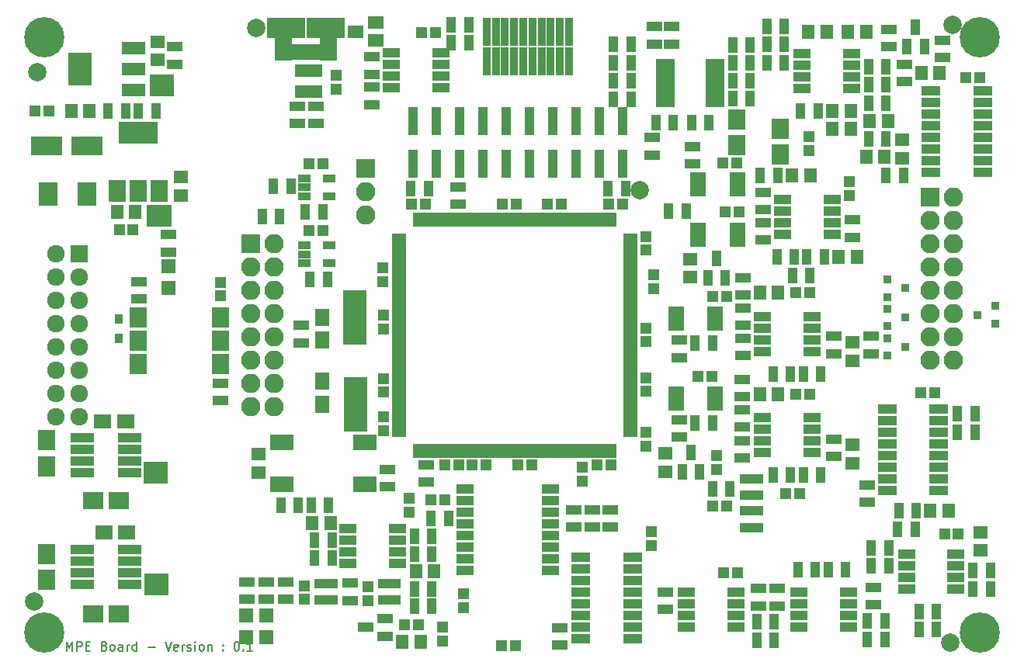
<source format=gts>
G04 #@! TF.FileFunction,Soldermask,Top*
%FSLAX46Y46*%
G04 Gerber Fmt 4.6, Leading zero omitted, Abs format (unit mm)*
G04 Created by KiCad (PCBNEW 4.0.1-stable) date 26/04/2018 08:46:55*
%MOMM*%
G01*
G04 APERTURE LIST*
%ADD10C,0.100000*%
%ADD11C,0.150000*%
%ADD12R,2.500000X6.000000*%
%ADD13R,1.040000X3.130000*%
%ADD14R,1.900000X2.200000*%
%ADD15R,1.650000X1.900000*%
%ADD16C,4.400000*%
%ADD17R,1.520000X0.700000*%
%ADD18R,0.700000X1.520000*%
%ADD19R,1.500000X1.650000*%
%ADD20R,4.200000X2.400000*%
%ADD21R,1.900000X2.400000*%
%ADD22R,1.100000X1.700000*%
%ADD23R,1.650000X1.400000*%
%ADD24R,3.400000X2.000000*%
%ADD25R,1.400000X1.650000*%
%ADD26R,1.700000X1.100000*%
%ADD27C,2.000000*%
%ADD28R,1.200000X1.150000*%
%ADD29R,1.150000X1.200000*%
%ADD30R,2.500000X1.800000*%
%ADD31R,2.100000X2.100000*%
%ADD32O,2.100000X2.100000*%
%ADD33R,1.400000X0.950000*%
%ADD34R,1.950000X1.000000*%
%ADD35R,1.750000X0.800000*%
%ADD36R,1.000000X1.000000*%
%ADD37R,0.800000X1.000000*%
%ADD38R,1.920000X2.180000*%
%ADD39R,1.000000X1.350000*%
%ADD40R,0.850000X1.000000*%
%ADD41R,2.200000X1.900000*%
%ADD42R,2.020000X2.580000*%
%ADD43R,0.900000X0.900000*%
%ADD44R,1.400000X2.400000*%
%ADD45R,1.920000X1.920000*%
%ADD46C,1.920000*%
%ADD47R,1.000000X1.700000*%
%ADD48R,1.800000X1.400000*%
%ADD49R,1.700000X1.000000*%
%ADD50R,2.600000X1.000000*%
%ADD51R,2.150000X1.100000*%
%ADD52R,2.000000X0.810000*%
%ADD53R,1.900000X1.000000*%
%ADD54R,1.875000X2.500000*%
%ADD55R,2.775000X2.300000*%
%ADD56R,1.575000X2.300000*%
%ADD57R,0.900000X1.780000*%
%ADD58R,2.550000X1.350000*%
%ADD59R,2.550000X3.650000*%
%ADD60R,1.900000X1.650000*%
%ADD61R,0.960000X3.155000*%
G04 APERTURE END LIST*
D10*
D11*
X54880952Y-109452381D02*
X54880952Y-108452381D01*
X55214286Y-109166667D01*
X55547619Y-108452381D01*
X55547619Y-109452381D01*
X56023809Y-109452381D02*
X56023809Y-108452381D01*
X56404762Y-108452381D01*
X56500000Y-108500000D01*
X56547619Y-108547619D01*
X56595238Y-108642857D01*
X56595238Y-108785714D01*
X56547619Y-108880952D01*
X56500000Y-108928571D01*
X56404762Y-108976190D01*
X56023809Y-108976190D01*
X57023809Y-108928571D02*
X57357143Y-108928571D01*
X57500000Y-109452381D02*
X57023809Y-109452381D01*
X57023809Y-108452381D01*
X57500000Y-108452381D01*
X59023810Y-108928571D02*
X59166667Y-108976190D01*
X59214286Y-109023810D01*
X59261905Y-109119048D01*
X59261905Y-109261905D01*
X59214286Y-109357143D01*
X59166667Y-109404762D01*
X59071429Y-109452381D01*
X58690476Y-109452381D01*
X58690476Y-108452381D01*
X59023810Y-108452381D01*
X59119048Y-108500000D01*
X59166667Y-108547619D01*
X59214286Y-108642857D01*
X59214286Y-108738095D01*
X59166667Y-108833333D01*
X59119048Y-108880952D01*
X59023810Y-108928571D01*
X58690476Y-108928571D01*
X59833333Y-109452381D02*
X59738095Y-109404762D01*
X59690476Y-109357143D01*
X59642857Y-109261905D01*
X59642857Y-108976190D01*
X59690476Y-108880952D01*
X59738095Y-108833333D01*
X59833333Y-108785714D01*
X59976191Y-108785714D01*
X60071429Y-108833333D01*
X60119048Y-108880952D01*
X60166667Y-108976190D01*
X60166667Y-109261905D01*
X60119048Y-109357143D01*
X60071429Y-109404762D01*
X59976191Y-109452381D01*
X59833333Y-109452381D01*
X61023810Y-109452381D02*
X61023810Y-108928571D01*
X60976191Y-108833333D01*
X60880953Y-108785714D01*
X60690476Y-108785714D01*
X60595238Y-108833333D01*
X61023810Y-109404762D02*
X60928572Y-109452381D01*
X60690476Y-109452381D01*
X60595238Y-109404762D01*
X60547619Y-109309524D01*
X60547619Y-109214286D01*
X60595238Y-109119048D01*
X60690476Y-109071429D01*
X60928572Y-109071429D01*
X61023810Y-109023810D01*
X61500000Y-109452381D02*
X61500000Y-108785714D01*
X61500000Y-108976190D02*
X61547619Y-108880952D01*
X61595238Y-108833333D01*
X61690476Y-108785714D01*
X61785715Y-108785714D01*
X62547620Y-109452381D02*
X62547620Y-108452381D01*
X62547620Y-109404762D02*
X62452382Y-109452381D01*
X62261905Y-109452381D01*
X62166667Y-109404762D01*
X62119048Y-109357143D01*
X62071429Y-109261905D01*
X62071429Y-108976190D01*
X62119048Y-108880952D01*
X62166667Y-108833333D01*
X62261905Y-108785714D01*
X62452382Y-108785714D01*
X62547620Y-108833333D01*
X63785715Y-109071429D02*
X64547620Y-109071429D01*
X65642858Y-108452381D02*
X65976191Y-109452381D01*
X66309525Y-108452381D01*
X67023811Y-109404762D02*
X66928573Y-109452381D01*
X66738096Y-109452381D01*
X66642858Y-109404762D01*
X66595239Y-109309524D01*
X66595239Y-108928571D01*
X66642858Y-108833333D01*
X66738096Y-108785714D01*
X66928573Y-108785714D01*
X67023811Y-108833333D01*
X67071430Y-108928571D01*
X67071430Y-109023810D01*
X66595239Y-109119048D01*
X67500001Y-109452381D02*
X67500001Y-108785714D01*
X67500001Y-108976190D02*
X67547620Y-108880952D01*
X67595239Y-108833333D01*
X67690477Y-108785714D01*
X67785716Y-108785714D01*
X68071430Y-109404762D02*
X68166668Y-109452381D01*
X68357144Y-109452381D01*
X68452383Y-109404762D01*
X68500002Y-109309524D01*
X68500002Y-109261905D01*
X68452383Y-109166667D01*
X68357144Y-109119048D01*
X68214287Y-109119048D01*
X68119049Y-109071429D01*
X68071430Y-108976190D01*
X68071430Y-108928571D01*
X68119049Y-108833333D01*
X68214287Y-108785714D01*
X68357144Y-108785714D01*
X68452383Y-108833333D01*
X68928573Y-109452381D02*
X68928573Y-108785714D01*
X68928573Y-108452381D02*
X68880954Y-108500000D01*
X68928573Y-108547619D01*
X68976192Y-108500000D01*
X68928573Y-108452381D01*
X68928573Y-108547619D01*
X69547620Y-109452381D02*
X69452382Y-109404762D01*
X69404763Y-109357143D01*
X69357144Y-109261905D01*
X69357144Y-108976190D01*
X69404763Y-108880952D01*
X69452382Y-108833333D01*
X69547620Y-108785714D01*
X69690478Y-108785714D01*
X69785716Y-108833333D01*
X69833335Y-108880952D01*
X69880954Y-108976190D01*
X69880954Y-109261905D01*
X69833335Y-109357143D01*
X69785716Y-109404762D01*
X69690478Y-109452381D01*
X69547620Y-109452381D01*
X70309525Y-108785714D02*
X70309525Y-109452381D01*
X70309525Y-108880952D02*
X70357144Y-108833333D01*
X70452382Y-108785714D01*
X70595240Y-108785714D01*
X70690478Y-108833333D01*
X70738097Y-108928571D01*
X70738097Y-109452381D01*
X71976192Y-109357143D02*
X72023811Y-109404762D01*
X71976192Y-109452381D01*
X71928573Y-109404762D01*
X71976192Y-109357143D01*
X71976192Y-109452381D01*
X71976192Y-108833333D02*
X72023811Y-108880952D01*
X71976192Y-108928571D01*
X71928573Y-108880952D01*
X71976192Y-108833333D01*
X71976192Y-108928571D01*
X73404763Y-108452381D02*
X73500002Y-108452381D01*
X73595240Y-108500000D01*
X73642859Y-108547619D01*
X73690478Y-108642857D01*
X73738097Y-108833333D01*
X73738097Y-109071429D01*
X73690478Y-109261905D01*
X73642859Y-109357143D01*
X73595240Y-109404762D01*
X73500002Y-109452381D01*
X73404763Y-109452381D01*
X73309525Y-109404762D01*
X73261906Y-109357143D01*
X73214287Y-109261905D01*
X73166668Y-109071429D01*
X73166668Y-108833333D01*
X73214287Y-108642857D01*
X73261906Y-108547619D01*
X73309525Y-108500000D01*
X73404763Y-108452381D01*
X74166668Y-109357143D02*
X74214287Y-109404762D01*
X74166668Y-109452381D01*
X74119049Y-109404762D01*
X74166668Y-109357143D01*
X74166668Y-109452381D01*
X75166668Y-109452381D02*
X74595239Y-109452381D01*
X74880953Y-109452381D02*
X74880953Y-108452381D01*
X74785715Y-108595238D01*
X74690477Y-108690476D01*
X74595239Y-108738095D01*
D12*
X86400000Y-82550000D03*
X86360000Y-73050000D03*
D13*
X107910000Y-56315000D03*
X107910000Y-51685000D03*
X110450000Y-51685000D03*
X110450000Y-56315000D03*
X112990000Y-56315000D03*
X112990000Y-51685000D03*
X115530000Y-51685000D03*
X115530000Y-56315000D03*
X95210000Y-56315000D03*
X95210000Y-51685000D03*
X92670000Y-51685000D03*
X92670000Y-56315000D03*
X105370000Y-56315000D03*
X105370000Y-51685000D03*
X102830000Y-51685000D03*
X102830000Y-56315000D03*
X100290000Y-56315000D03*
X100290000Y-51685000D03*
X97750000Y-51685000D03*
X97750000Y-56315000D03*
D14*
X132700000Y-55300000D03*
X132700000Y-52500000D03*
D15*
X82800000Y-82550000D03*
X82800000Y-80050000D03*
D16*
X154500000Y-107500000D03*
X52500000Y-42500000D03*
X154500000Y-42500000D03*
X52500000Y-107500000D03*
D17*
X91180000Y-64250000D03*
X91180000Y-64750000D03*
X91180000Y-65250000D03*
X91180000Y-65750000D03*
X91180000Y-66250000D03*
X91180000Y-66750000D03*
X91180000Y-67250000D03*
X91180000Y-67750000D03*
X91180000Y-68250000D03*
X91180000Y-68750000D03*
X91180000Y-69250000D03*
X91180000Y-69750000D03*
X91180000Y-70250000D03*
X91180000Y-70750000D03*
X91180000Y-71250000D03*
X91180000Y-71750000D03*
X91180000Y-72250000D03*
X91180000Y-72750000D03*
X91180000Y-73250000D03*
X91180000Y-73750000D03*
X91180000Y-74250000D03*
X91180000Y-74750000D03*
X91180000Y-75250000D03*
X91180000Y-75750000D03*
X91180000Y-76250000D03*
X91180000Y-76750000D03*
X91180000Y-77250000D03*
X91180000Y-77750000D03*
X91180000Y-78250000D03*
X91180000Y-78750000D03*
X91180000Y-79250000D03*
X91180000Y-79750000D03*
X91180000Y-80250000D03*
X91180000Y-80750000D03*
X91180000Y-81250000D03*
X91180000Y-81750000D03*
X91180000Y-82250000D03*
X91180000Y-82750000D03*
X91180000Y-83250000D03*
X91180000Y-83750000D03*
X91180000Y-84250000D03*
X91180000Y-84750000D03*
X91180000Y-85250000D03*
X91180000Y-85750000D03*
D18*
X93050000Y-87620000D03*
X93550000Y-87620000D03*
X94050000Y-87620000D03*
X94550000Y-87620000D03*
X95050000Y-87620000D03*
X95550000Y-87620000D03*
X96050000Y-87620000D03*
X96550000Y-87620000D03*
X97050000Y-87620000D03*
X97550000Y-87620000D03*
X98050000Y-87620000D03*
X98550000Y-87620000D03*
X99050000Y-87620000D03*
X99550000Y-87620000D03*
X100050000Y-87620000D03*
X100550000Y-87620000D03*
X101050000Y-87620000D03*
X101550000Y-87620000D03*
X102050000Y-87620000D03*
X102550000Y-87620000D03*
X103050000Y-87620000D03*
X103550000Y-87620000D03*
X104050000Y-87620000D03*
X104550000Y-87620000D03*
X105050000Y-87620000D03*
X105550000Y-87620000D03*
X106050000Y-87620000D03*
X106550000Y-87620000D03*
X107050000Y-87620000D03*
X107550000Y-87620000D03*
X108050000Y-87620000D03*
X108550000Y-87620000D03*
X109050000Y-87620000D03*
X109550000Y-87620000D03*
X110050000Y-87620000D03*
X110550000Y-87620000D03*
X111050000Y-87620000D03*
X111550000Y-87620000D03*
X112050000Y-87620000D03*
X112550000Y-87620000D03*
X113050000Y-87620000D03*
X113550000Y-87620000D03*
X114050000Y-87620000D03*
X114550000Y-87620000D03*
D17*
X116420000Y-85750000D03*
X116420000Y-85250000D03*
X116420000Y-84750000D03*
X116420000Y-84250000D03*
X116420000Y-83750000D03*
X116420000Y-83250000D03*
X116420000Y-82750000D03*
X116420000Y-82250000D03*
X116420000Y-81750000D03*
X116420000Y-81250000D03*
X116420000Y-80750000D03*
X116420000Y-80250000D03*
X116420000Y-79750000D03*
X116420000Y-79250000D03*
X116420000Y-78750000D03*
X116420000Y-78250000D03*
X116420000Y-77750000D03*
X116420000Y-77250000D03*
X116420000Y-76750000D03*
X116420000Y-76250000D03*
X116420000Y-75750000D03*
X116420000Y-75250000D03*
X116420000Y-74750000D03*
X116420000Y-74250000D03*
X116420000Y-73750000D03*
X116420000Y-73250000D03*
X116420000Y-72750000D03*
X116420000Y-72250000D03*
X116420000Y-71750000D03*
X116420000Y-71250000D03*
X116420000Y-70750000D03*
X116420000Y-70250000D03*
X116420000Y-69750000D03*
X116420000Y-69250000D03*
X116420000Y-68750000D03*
X116420000Y-68250000D03*
X116420000Y-67750000D03*
X116420000Y-67250000D03*
X116420000Y-66750000D03*
X116420000Y-66250000D03*
X116420000Y-65750000D03*
X116420000Y-65250000D03*
X116420000Y-64750000D03*
X116420000Y-64250000D03*
D18*
X114550000Y-62380000D03*
X114050000Y-62380000D03*
X113550000Y-62380000D03*
X113050000Y-62380000D03*
X112550000Y-62380000D03*
X112050000Y-62380000D03*
X111550000Y-62380000D03*
X111050000Y-62380000D03*
X110550000Y-62380000D03*
X110050000Y-62380000D03*
X109550000Y-62380000D03*
X109050000Y-62380000D03*
X108550000Y-62380000D03*
X108050000Y-62380000D03*
X107550000Y-62380000D03*
X107050000Y-62380000D03*
X106550000Y-62380000D03*
X106050000Y-62380000D03*
X105550000Y-62380000D03*
X105050000Y-62380000D03*
X104550000Y-62380000D03*
X104050000Y-62380000D03*
X103550000Y-62380000D03*
X103050000Y-62380000D03*
X102550000Y-62380000D03*
X102050000Y-62380000D03*
X101550000Y-62380000D03*
X101050000Y-62380000D03*
X100550000Y-62380000D03*
X100050000Y-62380000D03*
X99550000Y-62380000D03*
X99050000Y-62380000D03*
X98550000Y-62380000D03*
X98050000Y-62380000D03*
X97550000Y-62380000D03*
X97050000Y-62380000D03*
X96550000Y-62380000D03*
X96050000Y-62380000D03*
X95550000Y-62380000D03*
X95050000Y-62380000D03*
X94550000Y-62380000D03*
X94050000Y-62380000D03*
X93550000Y-62380000D03*
X93050000Y-62380000D03*
D19*
X76700000Y-105625000D03*
X76700000Y-107975000D03*
X66000000Y-67525000D03*
X66000000Y-69875000D03*
X74500000Y-105625000D03*
X74500000Y-107975000D03*
D20*
X62700000Y-52950000D03*
D21*
X62700000Y-59250000D03*
X65000000Y-59250000D03*
X60400000Y-59250000D03*
D22*
X123050000Y-51800000D03*
X124950000Y-51800000D03*
D23*
X75800000Y-90000000D03*
X75800000Y-88000000D03*
D24*
X57100000Y-54400000D03*
X52700000Y-54400000D03*
D23*
X120200000Y-89900000D03*
X120200000Y-87900000D03*
X67400000Y-59800000D03*
X67400000Y-57800000D03*
D25*
X62400000Y-61600000D03*
X60400000Y-61600000D03*
X81700000Y-95500000D03*
X83700000Y-95500000D03*
X91500000Y-108500000D03*
X93500000Y-108500000D03*
X95000000Y-100800000D03*
X93000000Y-100800000D03*
X130500000Y-81500000D03*
X132500000Y-81500000D03*
X130500000Y-70400000D03*
X132500000Y-70400000D03*
X134000000Y-57600000D03*
X136000000Y-57600000D03*
X141100000Y-66500000D03*
X139100000Y-66500000D03*
X138400000Y-50600000D03*
X140400000Y-50600000D03*
X144100000Y-55600000D03*
X142100000Y-55600000D03*
X140400000Y-52500000D03*
X138400000Y-52500000D03*
D23*
X146000000Y-53700000D03*
X146000000Y-55700000D03*
D25*
X135800000Y-41900000D03*
X137800000Y-41900000D03*
X142500000Y-51700000D03*
X144500000Y-51700000D03*
X149100000Y-94200000D03*
X151100000Y-94200000D03*
D23*
X154600000Y-98500000D03*
X154600000Y-96500000D03*
X122900000Y-68700000D03*
X122900000Y-66700000D03*
D25*
X148100000Y-46400000D03*
X150100000Y-46400000D03*
D26*
X62800000Y-71050000D03*
X62800000Y-69150000D03*
X89900000Y-91550000D03*
X89900000Y-89650000D03*
X97600000Y-58850000D03*
X97600000Y-60750000D03*
X76700000Y-101950000D03*
X76700000Y-103850000D03*
X71700000Y-82150000D03*
X71700000Y-80250000D03*
X80500000Y-73950000D03*
X80500000Y-75850000D03*
X66000000Y-65950000D03*
X66000000Y-64050000D03*
X94100000Y-89150000D03*
X94100000Y-91050000D03*
D22*
X92450000Y-59000000D03*
X94350000Y-59000000D03*
X113950000Y-59000000D03*
X115850000Y-59000000D03*
D26*
X118800000Y-55350000D03*
X118800000Y-53450000D03*
X74600000Y-101950000D03*
X74600000Y-103850000D03*
D22*
X83850000Y-97400000D03*
X81950000Y-97400000D03*
X81450000Y-68900000D03*
X83350000Y-68900000D03*
X81950000Y-99300000D03*
X83850000Y-99300000D03*
X81550000Y-93600000D03*
X83450000Y-93600000D03*
X80950000Y-61600000D03*
X82850000Y-61600000D03*
X92850000Y-98900000D03*
X94750000Y-98900000D03*
X77450000Y-58800000D03*
X79350000Y-58800000D03*
X76250000Y-62100000D03*
X78150000Y-62100000D03*
D27*
X151500000Y-41200000D03*
X151300000Y-108600000D03*
X51700000Y-46300000D03*
X51400000Y-104100000D03*
X117400000Y-59200000D03*
X75600000Y-41500000D03*
D28*
X103950000Y-60700000D03*
X102450000Y-60700000D03*
X108850000Y-60700000D03*
X107350000Y-60700000D03*
X99150000Y-89200000D03*
X100650000Y-89200000D03*
X114250000Y-89200000D03*
X112750000Y-89200000D03*
D29*
X118100000Y-81150000D03*
X118100000Y-79650000D03*
X118100000Y-75750000D03*
X118100000Y-74250000D03*
D28*
X92550000Y-60700000D03*
X94050000Y-60700000D03*
X115550000Y-60700000D03*
X114050000Y-60700000D03*
D29*
X118100000Y-64250000D03*
X118100000Y-65750000D03*
X118100000Y-87150000D03*
X118100000Y-85650000D03*
X89400000Y-69150000D03*
X89400000Y-67650000D03*
X89500000Y-85450000D03*
X89500000Y-83950000D03*
X89500000Y-79750000D03*
X89500000Y-81250000D03*
D28*
X104150000Y-89200000D03*
X105650000Y-89200000D03*
X97650000Y-89200000D03*
X96150000Y-89200000D03*
D29*
X89500000Y-72850000D03*
X89500000Y-74350000D03*
D30*
X78350000Y-91250000D03*
X78350000Y-86750000D03*
X87450000Y-91250000D03*
X87450000Y-86750000D03*
D31*
X87500000Y-56800000D03*
D32*
X87500000Y-59340000D03*
X87500000Y-61880000D03*
D33*
X80850000Y-65250000D03*
X80850000Y-66200000D03*
X80850000Y-67150000D03*
X83550000Y-67150000D03*
X83550000Y-65250000D03*
X80850000Y-57950000D03*
X80850000Y-58900000D03*
X80850000Y-59850000D03*
X83550000Y-59850000D03*
X83550000Y-57950000D03*
D34*
X130800000Y-72995000D03*
X130800000Y-74265000D03*
X130800000Y-75535000D03*
X130800000Y-76805000D03*
X136200000Y-76805000D03*
X136200000Y-75535000D03*
X136200000Y-74265000D03*
X136200000Y-72995000D03*
X133000000Y-60195000D03*
X133000000Y-61465000D03*
X133000000Y-62735000D03*
X133000000Y-64005000D03*
X138400000Y-64005000D03*
X138400000Y-62735000D03*
X138400000Y-61465000D03*
X138400000Y-60195000D03*
X135100000Y-44295000D03*
X135100000Y-45565000D03*
X135100000Y-46835000D03*
X135100000Y-48105000D03*
X140500000Y-48105000D03*
X140500000Y-46835000D03*
X140500000Y-45565000D03*
X140500000Y-44295000D03*
X146500000Y-98895000D03*
X146500000Y-100165000D03*
X146500000Y-101435000D03*
X146500000Y-102705000D03*
X151900000Y-102705000D03*
X151900000Y-101435000D03*
X151900000Y-100165000D03*
X151900000Y-98895000D03*
X134800000Y-103095000D03*
X134800000Y-104365000D03*
X134800000Y-105635000D03*
X134800000Y-106905000D03*
X140200000Y-106905000D03*
X140200000Y-105635000D03*
X140200000Y-104365000D03*
X140200000Y-103095000D03*
X122500000Y-103095000D03*
X122500000Y-104365000D03*
X122500000Y-105635000D03*
X122500000Y-106905000D03*
X127900000Y-106905000D03*
X127900000Y-105635000D03*
X127900000Y-104365000D03*
X127900000Y-103095000D03*
X90300000Y-44195000D03*
X90300000Y-45465000D03*
X90300000Y-46735000D03*
X90300000Y-48005000D03*
X95700000Y-48005000D03*
X95700000Y-46735000D03*
X95700000Y-45465000D03*
X95700000Y-44195000D03*
X130800000Y-83995000D03*
X130800000Y-85265000D03*
X130800000Y-86535000D03*
X130800000Y-87805000D03*
X136200000Y-87805000D03*
X136200000Y-86535000D03*
X136200000Y-85265000D03*
X136200000Y-83995000D03*
X85600000Y-96095000D03*
X85600000Y-97365000D03*
X85600000Y-98635000D03*
X85600000Y-99905000D03*
X91000000Y-99905000D03*
X91000000Y-98635000D03*
X91000000Y-97365000D03*
X91000000Y-96095000D03*
D35*
X121350000Y-72225000D03*
X121350000Y-72875000D03*
X121350000Y-73525000D03*
X121350000Y-74175000D03*
X125650000Y-74175000D03*
X125650000Y-73525000D03*
X125650000Y-72875000D03*
X125650000Y-72225000D03*
X123750000Y-63125000D03*
X123750000Y-63775000D03*
X123750000Y-64425000D03*
X123750000Y-65075000D03*
X128050000Y-65075000D03*
X128050000Y-64425000D03*
X128050000Y-63775000D03*
X128050000Y-63125000D03*
X123750000Y-57625000D03*
X123750000Y-58275000D03*
X123750000Y-58925000D03*
X123750000Y-59575000D03*
X128050000Y-59575000D03*
X128050000Y-58925000D03*
X128050000Y-58275000D03*
X128050000Y-57625000D03*
X121350000Y-80925000D03*
X121350000Y-81575000D03*
X121350000Y-82225000D03*
X121350000Y-82875000D03*
X125650000Y-82875000D03*
X125650000Y-82225000D03*
X125650000Y-81575000D03*
X125650000Y-80925000D03*
D22*
X94750000Y-102700000D03*
X92850000Y-102700000D03*
X94750000Y-97000000D03*
X92850000Y-97000000D03*
X92850000Y-104600000D03*
X94750000Y-104600000D03*
X78250000Y-93600000D03*
X80150000Y-93600000D03*
D26*
X128700000Y-72050000D03*
X128700000Y-73950000D03*
X128700000Y-75350000D03*
X128700000Y-77250000D03*
X128700000Y-68750000D03*
X128700000Y-70650000D03*
X142600000Y-77050000D03*
X142600000Y-75150000D03*
D22*
X153950000Y-85600000D03*
X152050000Y-85600000D03*
X145650000Y-94200000D03*
X147550000Y-94200000D03*
X147450000Y-96200000D03*
X145550000Y-96200000D03*
X135950000Y-68500000D03*
X134050000Y-68500000D03*
X144550000Y-98200000D03*
X142650000Y-98200000D03*
D26*
X142200000Y-91350000D03*
X142200000Y-93250000D03*
X130900000Y-62750000D03*
X130900000Y-64650000D03*
X130900000Y-59450000D03*
X130900000Y-61350000D03*
D22*
X132450000Y-57600000D03*
X130550000Y-57600000D03*
X134250000Y-66500000D03*
X132350000Y-66500000D03*
X135650000Y-66500000D03*
X137550000Y-66500000D03*
D26*
X140600000Y-62450000D03*
X140600000Y-64350000D03*
D22*
X133150000Y-45300000D03*
X131250000Y-45300000D03*
X129450000Y-45300000D03*
X127550000Y-45300000D03*
X129450000Y-43400000D03*
X127550000Y-43400000D03*
X131250000Y-43300000D03*
X133150000Y-43300000D03*
X133150000Y-41300000D03*
X131250000Y-41300000D03*
X142350000Y-45700000D03*
X144250000Y-45700000D03*
X129450000Y-47300000D03*
X127550000Y-47300000D03*
X129450000Y-49200000D03*
X127550000Y-49200000D03*
X144250000Y-47700000D03*
X142350000Y-47700000D03*
X142350000Y-49700000D03*
X144250000Y-49700000D03*
X136850000Y-50600000D03*
X134950000Y-50600000D03*
X144250000Y-53600000D03*
X142350000Y-53600000D03*
X127250000Y-91800000D03*
X125350000Y-91800000D03*
X121050000Y-51800000D03*
X119150000Y-51800000D03*
D26*
X119000000Y-43250000D03*
X119000000Y-41350000D03*
X120900000Y-43250000D03*
X120900000Y-41350000D03*
D22*
X146150000Y-57600000D03*
X144250000Y-57600000D03*
X137150000Y-79300000D03*
X135250000Y-79300000D03*
D26*
X138600000Y-75150000D03*
X138600000Y-77050000D03*
D22*
X133850000Y-79300000D03*
X131950000Y-79300000D03*
X142650000Y-100200000D03*
X144550000Y-100200000D03*
X155650000Y-102700000D03*
X153750000Y-102700000D03*
X153750000Y-100700000D03*
X155650000Y-100700000D03*
X149750000Y-105200000D03*
X147850000Y-105200000D03*
X147850000Y-107100000D03*
X149750000Y-107100000D03*
X137950000Y-100600000D03*
X139850000Y-100600000D03*
X136550000Y-100600000D03*
X134650000Y-100600000D03*
D26*
X132400000Y-102650000D03*
X132400000Y-104550000D03*
X130400000Y-104550000D03*
X130400000Y-102650000D03*
X120200000Y-103050000D03*
X120200000Y-104950000D03*
D22*
X142250000Y-106200000D03*
X144150000Y-106200000D03*
X142250000Y-108200000D03*
X144150000Y-108200000D03*
D26*
X142900000Y-102550000D03*
X142900000Y-104450000D03*
D22*
X130150000Y-106300000D03*
X132050000Y-106300000D03*
X132050000Y-108300000D03*
X130150000Y-108300000D03*
D26*
X108700000Y-106950000D03*
X108700000Y-108850000D03*
D22*
X94650000Y-95000000D03*
X96550000Y-95000000D03*
D26*
X85800000Y-102050000D03*
X85800000Y-103950000D03*
X78800000Y-101950000D03*
X78800000Y-103850000D03*
X88200000Y-49850000D03*
X88200000Y-47950000D03*
X88200000Y-46550000D03*
X88200000Y-44650000D03*
D22*
X123450000Y-84600000D03*
X125350000Y-84600000D03*
D26*
X121700000Y-86150000D03*
X121700000Y-84250000D03*
X121700000Y-77450000D03*
X121700000Y-75550000D03*
D22*
X123450000Y-75900000D03*
X125350000Y-75900000D03*
X133850000Y-90300000D03*
X131950000Y-90300000D03*
D26*
X128600000Y-86550000D03*
X128600000Y-88450000D03*
D22*
X137150000Y-90300000D03*
X135250000Y-90300000D03*
D26*
X128600000Y-83150000D03*
X128600000Y-85050000D03*
X138600000Y-86350000D03*
X138600000Y-88250000D03*
X128600000Y-79850000D03*
X128600000Y-81750000D03*
X114200000Y-95950000D03*
X114200000Y-94050000D03*
D22*
X153950000Y-83600000D03*
X152050000Y-83600000D03*
D26*
X112200000Y-95950000D03*
X112200000Y-94050000D03*
X110200000Y-95950000D03*
X110200000Y-94050000D03*
X150400000Y-42850000D03*
X150400000Y-44750000D03*
X144600000Y-43550000D03*
X144600000Y-41650000D03*
X146300000Y-45450000D03*
X146300000Y-47350000D03*
D22*
X120550000Y-61500000D03*
X122450000Y-61500000D03*
D26*
X123200000Y-54450000D03*
X123200000Y-56350000D03*
X82100000Y-51950000D03*
X82100000Y-50050000D03*
X80100000Y-51950000D03*
X80100000Y-50050000D03*
X66700000Y-45450000D03*
X66700000Y-43550000D03*
D22*
X64650000Y-50600000D03*
X62750000Y-50600000D03*
X61350000Y-50600000D03*
X59450000Y-50600000D03*
D36*
X89350000Y-103900000D03*
X90850000Y-103900000D03*
D37*
X90100000Y-102100000D03*
X90100000Y-103900000D03*
D36*
X90850000Y-102100000D03*
X89350000Y-102100000D03*
X82450000Y-103900000D03*
X83950000Y-103900000D03*
D37*
X83200000Y-102100000D03*
X83200000Y-103900000D03*
D36*
X83950000Y-102100000D03*
X82450000Y-102100000D03*
X128850000Y-92500000D03*
X130350000Y-92500000D03*
D37*
X129600000Y-90700000D03*
X129600000Y-92500000D03*
D36*
X130350000Y-90700000D03*
X128850000Y-90700000D03*
X128850000Y-96000000D03*
X130350000Y-96000000D03*
D37*
X129600000Y-94200000D03*
X129600000Y-96000000D03*
D36*
X130350000Y-94200000D03*
X128850000Y-94200000D03*
D38*
X62690000Y-73060000D03*
X62690000Y-75600000D03*
X62690000Y-78140000D03*
X71710000Y-78140000D03*
X71710000Y-75600000D03*
X71710000Y-73060000D03*
D39*
X82250000Y-46175000D03*
X81300000Y-46175000D03*
X80350000Y-46175000D03*
X80350000Y-48425000D03*
X81300000Y-48425000D03*
X82250000Y-48425000D03*
D40*
X60600000Y-73250000D03*
X60600000Y-75350000D03*
D14*
X52700000Y-89300000D03*
X52700000Y-86500000D03*
D41*
X60600000Y-105400000D03*
X57800000Y-105400000D03*
D14*
X52700000Y-101700000D03*
X52700000Y-98900000D03*
D41*
X60600000Y-93100000D03*
X57800000Y-93100000D03*
D42*
X52890000Y-59600000D03*
X57110000Y-59600000D03*
D43*
X144400000Y-72150000D03*
X144400000Y-74050000D03*
X146400000Y-73100000D03*
X144400000Y-75350000D03*
X144400000Y-77250000D03*
X146400000Y-76300000D03*
X156200000Y-73750000D03*
X156200000Y-71850000D03*
X154200000Y-72800000D03*
X144400000Y-68950000D03*
X144400000Y-70850000D03*
X146400000Y-69900000D03*
D31*
X75000000Y-65000000D03*
D32*
X77540000Y-65000000D03*
X75000000Y-67540000D03*
X77540000Y-67540000D03*
X75000000Y-70080000D03*
X77540000Y-70080000D03*
X75000000Y-72620000D03*
X77540000Y-72620000D03*
X75000000Y-75160000D03*
X77540000Y-75160000D03*
X75000000Y-77700000D03*
X77540000Y-77700000D03*
X75000000Y-80240000D03*
X77540000Y-80240000D03*
X75000000Y-82780000D03*
X77540000Y-82780000D03*
D31*
X149100000Y-60000000D03*
D32*
X151640000Y-60000000D03*
X149100000Y-62540000D03*
X151640000Y-62540000D03*
X149100000Y-65080000D03*
X151640000Y-65080000D03*
X149100000Y-67620000D03*
X151640000Y-67620000D03*
X149100000Y-70160000D03*
X151640000Y-70160000D03*
X149100000Y-72700000D03*
X151640000Y-72700000D03*
X149100000Y-75240000D03*
X151640000Y-75240000D03*
X149100000Y-77780000D03*
X151640000Y-77780000D03*
D44*
X65950000Y-47800000D03*
X64650000Y-47800000D03*
X65650000Y-62000000D03*
X64350000Y-62000000D03*
D45*
X56270000Y-66110000D03*
D46*
X53730000Y-66110000D03*
X56270000Y-68650000D03*
X53730000Y-68650000D03*
X56270000Y-71190000D03*
X53730000Y-71190000D03*
X56270000Y-73730000D03*
X53730000Y-73730000D03*
X56270000Y-76270000D03*
X53730000Y-76270000D03*
X56270000Y-78810000D03*
X53730000Y-78810000D03*
X56270000Y-81350000D03*
X53730000Y-81350000D03*
X56270000Y-83890000D03*
X53730000Y-83890000D03*
D47*
X122050000Y-89950000D03*
X123950000Y-89950000D03*
X123000000Y-87850000D03*
X124850000Y-68750000D03*
X126750000Y-68750000D03*
X125800000Y-66650000D03*
X146550000Y-43550000D03*
X148450000Y-43550000D03*
X147500000Y-41450000D03*
D48*
X88600000Y-42850000D03*
X88600000Y-40950000D03*
X86400000Y-41900000D03*
D49*
X89650000Y-107850000D03*
X89650000Y-105950000D03*
X87550000Y-106900000D03*
D22*
X96850000Y-43100000D03*
X98750000Y-43100000D03*
X98750000Y-41200000D03*
X96850000Y-41200000D03*
D50*
X56600000Y-98395000D03*
X56600000Y-99665000D03*
X56600000Y-100935000D03*
X56600000Y-102205000D03*
X61800000Y-102205000D03*
X61800000Y-100935000D03*
X61800000Y-99665000D03*
X61800000Y-98395000D03*
D51*
X150025000Y-83055000D03*
X150025000Y-85595000D03*
X150025000Y-86865000D03*
X150025000Y-88135000D03*
X150025000Y-89405000D03*
X150025000Y-90675000D03*
X150025000Y-91945000D03*
X144375000Y-91945000D03*
X144375000Y-90675000D03*
X144375000Y-89405000D03*
X144375000Y-88135000D03*
X144375000Y-86865000D03*
X144375000Y-85595000D03*
X144375000Y-84325000D03*
X144375000Y-83055000D03*
X150025000Y-84325000D03*
X154825000Y-48355000D03*
X154825000Y-50895000D03*
X154825000Y-52165000D03*
X154825000Y-53435000D03*
X154825000Y-54705000D03*
X154825000Y-55975000D03*
X154825000Y-57245000D03*
X149175000Y-57245000D03*
X149175000Y-55975000D03*
X149175000Y-54705000D03*
X149175000Y-53435000D03*
X149175000Y-52165000D03*
X149175000Y-50895000D03*
X149175000Y-49625000D03*
X149175000Y-48355000D03*
X154825000Y-49625000D03*
X116625000Y-99255000D03*
X116625000Y-101795000D03*
X116625000Y-103065000D03*
X116625000Y-104335000D03*
X116625000Y-105605000D03*
X116625000Y-106875000D03*
X116625000Y-108145000D03*
X110975000Y-108145000D03*
X110975000Y-106875000D03*
X110975000Y-105605000D03*
X110975000Y-104335000D03*
X110975000Y-103065000D03*
X110975000Y-101795000D03*
X110975000Y-100525000D03*
X110975000Y-99255000D03*
X116625000Y-100525000D03*
D50*
X56600000Y-86195000D03*
X56600000Y-87465000D03*
X56600000Y-88735000D03*
X56600000Y-90005000D03*
X61800000Y-90005000D03*
X61800000Y-88735000D03*
X61800000Y-87465000D03*
X61800000Y-86195000D03*
D52*
X120200000Y-45277500D03*
X120200000Y-45912500D03*
X120200000Y-46547500D03*
X120200000Y-47182500D03*
X120200000Y-47817500D03*
X120200000Y-48452500D03*
X120200000Y-49087500D03*
X120200000Y-49722500D03*
X125600000Y-49722500D03*
X125600000Y-49087500D03*
X125600000Y-48452500D03*
X125600000Y-47817500D03*
X125600000Y-47182500D03*
X125600000Y-46547500D03*
X125600000Y-45912500D03*
X125600000Y-45277500D03*
D53*
X98350000Y-91755000D03*
X98350000Y-93025000D03*
X98350000Y-94295000D03*
X98350000Y-95565000D03*
X98350000Y-96835000D03*
X98350000Y-98105000D03*
X98350000Y-99375000D03*
X98350000Y-100645000D03*
X107650000Y-100645000D03*
X107650000Y-99375000D03*
X107650000Y-98105000D03*
X107650000Y-96835000D03*
X107650000Y-95565000D03*
X107650000Y-94295000D03*
X107650000Y-93025000D03*
X107650000Y-91755000D03*
D54*
X78537500Y-43800000D03*
D55*
X78087500Y-41500000D03*
D56*
X80162500Y-41500000D03*
X81837500Y-41500000D03*
D55*
X83912500Y-41500000D03*
D57*
X82300000Y-44160000D03*
X81650000Y-44160000D03*
X81000000Y-44160000D03*
X80350000Y-44160000D03*
X79700000Y-44160000D03*
D54*
X83462500Y-43800000D03*
D58*
X62200000Y-48300000D03*
X62200000Y-46000000D03*
X62200000Y-43700000D03*
D59*
X56400000Y-46000000D03*
D44*
X65250000Y-90000000D03*
X63950000Y-90000000D03*
D60*
X58850000Y-84400000D03*
X61350000Y-84400000D03*
X58950000Y-96500000D03*
X61450000Y-96500000D03*
D44*
X65350000Y-102200000D03*
X64050000Y-102200000D03*
D14*
X128000000Y-54300000D03*
X128000000Y-51500000D03*
D22*
X116450000Y-43300000D03*
X114550000Y-43300000D03*
X116450000Y-45300000D03*
X114550000Y-45300000D03*
X116450000Y-47300000D03*
X114550000Y-47300000D03*
X116450000Y-49300000D03*
X114550000Y-49300000D03*
D28*
X93250000Y-106600000D03*
X91750000Y-106600000D03*
X60650000Y-63500000D03*
X62150000Y-63500000D03*
D29*
X84300000Y-48150000D03*
X84300000Y-46650000D03*
D28*
X96150000Y-93000000D03*
X94650000Y-93000000D03*
X126850000Y-70800000D03*
X125350000Y-70800000D03*
X125250000Y-79500000D03*
X123750000Y-79500000D03*
X103850000Y-108900000D03*
X102350000Y-108900000D03*
X128250000Y-61600000D03*
X126750000Y-61600000D03*
D29*
X135900000Y-54850000D03*
X135900000Y-53350000D03*
D28*
X148050000Y-81300000D03*
X149550000Y-81300000D03*
D29*
X125800000Y-88150000D03*
X125800000Y-89650000D03*
X95900000Y-106850000D03*
X95900000Y-108350000D03*
X118700000Y-96450000D03*
X118700000Y-97950000D03*
D28*
X127950000Y-56200000D03*
X126450000Y-56200000D03*
D29*
X98200000Y-103250000D03*
X98200000Y-104750000D03*
X71700000Y-70750000D03*
X71700000Y-69250000D03*
D28*
X82850000Y-63600000D03*
X81350000Y-63600000D03*
X82850000Y-56300000D03*
X81350000Y-56300000D03*
D29*
X87800000Y-103950000D03*
X87800000Y-102450000D03*
X80800000Y-103850000D03*
X80800000Y-102350000D03*
X92300000Y-94350000D03*
X92300000Y-92850000D03*
D28*
X134850000Y-92300000D03*
X133350000Y-92300000D03*
X125350000Y-93700000D03*
X126850000Y-93700000D03*
X51450000Y-50600000D03*
X52950000Y-50600000D03*
X135950000Y-70400000D03*
X134450000Y-70400000D03*
X93650000Y-42000000D03*
X95150000Y-42000000D03*
X152150000Y-96700000D03*
X150650000Y-96700000D03*
X154450000Y-46900000D03*
X152950000Y-46900000D03*
X135950000Y-81500000D03*
X134450000Y-81500000D03*
X128050000Y-100900000D03*
X126550000Y-100900000D03*
D23*
X140600000Y-75800000D03*
X140600000Y-77800000D03*
X140600000Y-87000000D03*
X140600000Y-89000000D03*
D25*
X140100000Y-41900000D03*
X142100000Y-41900000D03*
X55400000Y-50600000D03*
X57400000Y-50600000D03*
D23*
X64800000Y-45000000D03*
X64800000Y-43000000D03*
D61*
X106700000Y-45107500D03*
X106700000Y-41892500D03*
X107700000Y-41892500D03*
X107700000Y-45107500D03*
X108700000Y-45107500D03*
X108700000Y-41892500D03*
X109700000Y-41892500D03*
X109700000Y-45107500D03*
X101700000Y-45107500D03*
X101700000Y-41892500D03*
X100700000Y-41892500D03*
X100700000Y-45107500D03*
X105700000Y-45107500D03*
X105700000Y-41892500D03*
X104700000Y-41892500D03*
X104700000Y-45107500D03*
X103700000Y-45107500D03*
X103700000Y-41892500D03*
X102700000Y-41892500D03*
X102700000Y-45107500D03*
D15*
X82800000Y-73050000D03*
X82800000Y-75550000D03*
D29*
X111100000Y-90950000D03*
X111100000Y-89450000D03*
X118900000Y-69950000D03*
X118900000Y-68450000D03*
X140300000Y-58250000D03*
X140300000Y-59750000D03*
M02*

</source>
